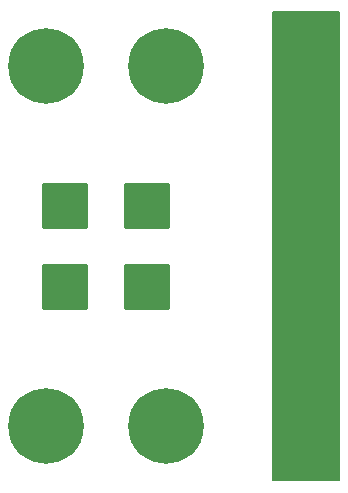
<source format=gbr>
%TF.GenerationSoftware,KiCad,Pcbnew,6.0.11+dfsg-1~bpo11+1*%
%TF.CreationDate,2023-05-25T08:31:50+00:00*%
%TF.ProjectId,SIPM02,5349504d-3032-42e6-9b69-6361645f7063,rev?*%
%TF.SameCoordinates,Original*%
%TF.FileFunction,Soldermask,Top*%
%TF.FilePolarity,Negative*%
%FSLAX46Y46*%
G04 Gerber Fmt 4.6, Leading zero omitted, Abs format (unit mm)*
G04 Created by KiCad (PCBNEW 6.0.11+dfsg-1~bpo11+1) date 2023-05-25 08:31:50*
%MOMM*%
%LPD*%
G01*
G04 APERTURE LIST*
G04 Aperture macros list*
%AMRoundRect*
0 Rectangle with rounded corners*
0 $1 Rounding radius*
0 $2 $3 $4 $5 $6 $7 $8 $9 X,Y pos of 4 corners*
0 Add a 4 corners polygon primitive as box body*
4,1,4,$2,$3,$4,$5,$6,$7,$8,$9,$2,$3,0*
0 Add four circle primitives for the rounded corners*
1,1,$1+$1,$2,$3*
1,1,$1+$1,$4,$5*
1,1,$1+$1,$6,$7*
1,1,$1+$1,$8,$9*
0 Add four rect primitives between the rounded corners*
20,1,$1+$1,$2,$3,$4,$5,0*
20,1,$1+$1,$4,$5,$6,$7,0*
20,1,$1+$1,$6,$7,$8,$9,0*
20,1,$1+$1,$8,$9,$2,$3,0*%
%AMFreePoly0*
4,1,21,1.836777,1.930194,1.906366,1.874698,1.944986,1.794504,1.950000,1.750000,1.950000,-1.750000,1.930194,-1.836777,1.874698,-1.906366,1.794504,-1.944986,1.750000,-1.950000,-1.750000,-1.950000,-1.836777,-1.930194,-1.906366,-1.874698,-1.944986,-1.794504,-1.950000,-1.750000,-1.950000,1.750000,-1.930194,1.836777,-1.874698,1.906366,-1.794504,1.944986,-1.750000,1.950000,1.750000,1.950000,
1.836777,1.930194,1.836777,1.930194,$1*%
G04 Aperture macros list end*
%ADD10C,0.150000*%
%ADD11C,6.400000*%
%ADD12RoundRect,0.200000X-0.762000X-0.762000X0.762000X-0.762000X0.762000X0.762000X-0.762000X0.762000X0*%
%ADD13FreePoly0,0.000000*%
%ADD14FreePoly0,90.000000*%
%ADD15FreePoly0,180.000000*%
%ADD16FreePoly0,270.000000*%
%ADD17RoundRect,0.200000X0.762000X0.762000X-0.762000X0.762000X-0.762000X-0.762000X0.762000X-0.762000X0*%
G04 APERTURE END LIST*
D10*
G36*
X29972000Y508000D02*
G01*
X24384000Y508000D01*
X24384000Y40132000D01*
X29972000Y40132000D01*
X29972000Y508000D01*
G37*
X29972000Y508000D02*
X24384000Y508000D01*
X24384000Y40132000D01*
X29972000Y40132000D01*
X29972000Y508000D01*
D11*
%TO.C,M2*%
X5207000Y5080000D03*
%TD*%
%TO.C,M3*%
X5207000Y35560000D03*
%TD*%
D12*
%TO.C,J10*%
X25273000Y20828000D03*
X27813000Y20828000D03*
%TD*%
%TO.C,J8*%
X25273000Y18288000D03*
X27813000Y18288000D03*
%TD*%
%TO.C,J4*%
X25273000Y2540000D03*
X27813000Y2540000D03*
%TD*%
%TO.C,J9*%
X25273000Y15748000D03*
X27813000Y15748000D03*
%TD*%
D13*
%TO.C,U1*%
X6837000Y16870000D03*
D14*
X13737000Y16870000D03*
D15*
X13737000Y23770000D03*
D16*
X6837000Y23770000D03*
%TD*%
D12*
%TO.C,J1*%
X25273000Y33020000D03*
X27813000Y33020000D03*
%TD*%
%TO.C,J2*%
X25273000Y35560000D03*
X27813000Y35560000D03*
%TD*%
%TO.C,J3*%
X25273000Y38100000D03*
X27813000Y38100000D03*
%TD*%
D17*
%TO.C,J5*%
X27813000Y5080000D03*
X25273000Y5080000D03*
%TD*%
%TO.C,J6*%
X27813000Y7620000D03*
X25273000Y7620000D03*
%TD*%
D12*
%TO.C,J7*%
X25273000Y23368000D03*
X27813000Y23368000D03*
%TD*%
D11*
%TO.C,M1*%
X15367000Y5080000D03*
%TD*%
%TO.C,M4*%
X15367000Y35560000D03*
%TD*%
M02*

</source>
